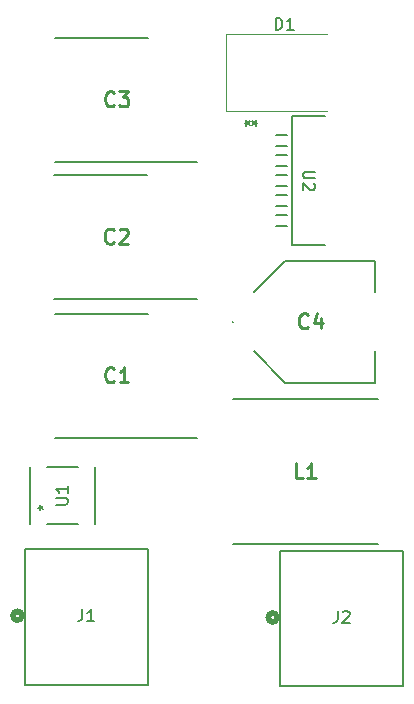
<source format=gbr>
%TF.GenerationSoftware,KiCad,Pcbnew,7.0.6*%
%TF.CreationDate,2025-01-04T15:57:42+10:30*%
%TF.ProjectId,Security System SMPS,53656375-7269-4747-9920-53797374656d,rev?*%
%TF.SameCoordinates,Original*%
%TF.FileFunction,Legend,Top*%
%TF.FilePolarity,Positive*%
%FSLAX46Y46*%
G04 Gerber Fmt 4.6, Leading zero omitted, Abs format (unit mm)*
G04 Created by KiCad (PCBNEW 7.0.6) date 2025-01-04 15:57:42*
%MOMM*%
%LPD*%
G01*
G04 APERTURE LIST*
%ADD10C,0.150000*%
%ADD11C,0.254000*%
%ADD12C,0.152400*%
%ADD13C,0.508000*%
%ADD14C,0.200000*%
%ADD15C,0.120000*%
%ADD16C,0.050000*%
G04 APERTURE END LIST*
D10*
X131863180Y-75438095D02*
X131053657Y-75438095D01*
X131053657Y-75438095D02*
X130958419Y-75485714D01*
X130958419Y-75485714D02*
X130910800Y-75533333D01*
X130910800Y-75533333D02*
X130863180Y-75628571D01*
X130863180Y-75628571D02*
X130863180Y-75819047D01*
X130863180Y-75819047D02*
X130910800Y-75914285D01*
X130910800Y-75914285D02*
X130958419Y-75961904D01*
X130958419Y-75961904D02*
X131053657Y-76009523D01*
X131053657Y-76009523D02*
X131863180Y-76009523D01*
X131767942Y-76438095D02*
X131815561Y-76485714D01*
X131815561Y-76485714D02*
X131863180Y-76580952D01*
X131863180Y-76580952D02*
X131863180Y-76819047D01*
X131863180Y-76819047D02*
X131815561Y-76914285D01*
X131815561Y-76914285D02*
X131767942Y-76961904D01*
X131767942Y-76961904D02*
X131672704Y-77009523D01*
X131672704Y-77009523D02*
X131577466Y-77009523D01*
X131577466Y-77009523D02*
X131434609Y-76961904D01*
X131434609Y-76961904D02*
X130863180Y-76390476D01*
X130863180Y-76390476D02*
X130863180Y-77009523D01*
X125918619Y-71310499D02*
X126156714Y-71310499D01*
X126061476Y-71548594D02*
X126156714Y-71310499D01*
X126156714Y-71310499D02*
X126061476Y-71072404D01*
X126347190Y-71453356D02*
X126156714Y-71310499D01*
X126156714Y-71310499D02*
X126347190Y-71167642D01*
X127008980Y-71310500D02*
X126770885Y-71310500D01*
X126866123Y-71072405D02*
X126770885Y-71310500D01*
X126770885Y-71310500D02*
X126866123Y-71548595D01*
X126580409Y-71167643D02*
X126770885Y-71310500D01*
X126770885Y-71310500D02*
X126580409Y-71453357D01*
X109944819Y-103631904D02*
X110754342Y-103631904D01*
X110754342Y-103631904D02*
X110849580Y-103584285D01*
X110849580Y-103584285D02*
X110897200Y-103536666D01*
X110897200Y-103536666D02*
X110944819Y-103441428D01*
X110944819Y-103441428D02*
X110944819Y-103250952D01*
X110944819Y-103250952D02*
X110897200Y-103155714D01*
X110897200Y-103155714D02*
X110849580Y-103108095D01*
X110849580Y-103108095D02*
X110754342Y-103060476D01*
X110754342Y-103060476D02*
X109944819Y-103060476D01*
X110944819Y-102060476D02*
X110944819Y-102631904D01*
X110944819Y-102346190D02*
X109944819Y-102346190D01*
X109944819Y-102346190D02*
X110087676Y-102441428D01*
X110087676Y-102441428D02*
X110182914Y-102536666D01*
X110182914Y-102536666D02*
X110230533Y-102631904D01*
X108420819Y-103885999D02*
X108658914Y-103885999D01*
X108563676Y-104124094D02*
X108658914Y-103885999D01*
X108658914Y-103885999D02*
X108563676Y-103647904D01*
X108849390Y-104028856D02*
X108658914Y-103885999D01*
X108658914Y-103885999D02*
X108849390Y-103743142D01*
X133804066Y-112638118D02*
X133804066Y-113352403D01*
X133804066Y-113352403D02*
X133756447Y-113495260D01*
X133756447Y-113495260D02*
X133661209Y-113590499D01*
X133661209Y-113590499D02*
X133518352Y-113638118D01*
X133518352Y-113638118D02*
X133423114Y-113638118D01*
X134232638Y-112733356D02*
X134280257Y-112685737D01*
X134280257Y-112685737D02*
X134375495Y-112638118D01*
X134375495Y-112638118D02*
X134613590Y-112638118D01*
X134613590Y-112638118D02*
X134708828Y-112685737D01*
X134708828Y-112685737D02*
X134756447Y-112733356D01*
X134756447Y-112733356D02*
X134804066Y-112828594D01*
X134804066Y-112828594D02*
X134804066Y-112923832D01*
X134804066Y-112923832D02*
X134756447Y-113066689D01*
X134756447Y-113066689D02*
X134185019Y-113638118D01*
X134185019Y-113638118D02*
X134804066Y-113638118D01*
X112188666Y-112484819D02*
X112188666Y-113199104D01*
X112188666Y-113199104D02*
X112141047Y-113341961D01*
X112141047Y-113341961D02*
X112045809Y-113437200D01*
X112045809Y-113437200D02*
X111902952Y-113484819D01*
X111902952Y-113484819D02*
X111807714Y-113484819D01*
X113188666Y-113484819D02*
X112617238Y-113484819D01*
X112902952Y-113484819D02*
X112902952Y-112484819D01*
X112902952Y-112484819D02*
X112807714Y-112627676D01*
X112807714Y-112627676D02*
X112712476Y-112722914D01*
X112712476Y-112722914D02*
X112617238Y-112770533D01*
D11*
X130852333Y-101412318D02*
X130247571Y-101412318D01*
X130247571Y-101412318D02*
X130247571Y-100142318D01*
X131940905Y-101412318D02*
X131215190Y-101412318D01*
X131578047Y-101412318D02*
X131578047Y-100142318D01*
X131578047Y-100142318D02*
X131457095Y-100323746D01*
X131457095Y-100323746D02*
X131336143Y-100444699D01*
X131336143Y-100444699D02*
X131215190Y-100505175D01*
D10*
X128547905Y-63410819D02*
X128547905Y-62410819D01*
X128547905Y-62410819D02*
X128786000Y-62410819D01*
X128786000Y-62410819D02*
X128928857Y-62458438D01*
X128928857Y-62458438D02*
X129024095Y-62553676D01*
X129024095Y-62553676D02*
X129071714Y-62648914D01*
X129071714Y-62648914D02*
X129119333Y-62839390D01*
X129119333Y-62839390D02*
X129119333Y-62982247D01*
X129119333Y-62982247D02*
X129071714Y-63172723D01*
X129071714Y-63172723D02*
X129024095Y-63267961D01*
X129024095Y-63267961D02*
X128928857Y-63363200D01*
X128928857Y-63363200D02*
X128786000Y-63410819D01*
X128786000Y-63410819D02*
X128547905Y-63410819D01*
X130071714Y-63410819D02*
X129500286Y-63410819D01*
X129786000Y-63410819D02*
X129786000Y-62410819D01*
X129786000Y-62410819D02*
X129690762Y-62553676D01*
X129690762Y-62553676D02*
X129595524Y-62648914D01*
X129595524Y-62648914D02*
X129500286Y-62696533D01*
D11*
X131289333Y-88591365D02*
X131228857Y-88651842D01*
X131228857Y-88651842D02*
X131047428Y-88712318D01*
X131047428Y-88712318D02*
X130926476Y-88712318D01*
X130926476Y-88712318D02*
X130745047Y-88651842D01*
X130745047Y-88651842D02*
X130624095Y-88530889D01*
X130624095Y-88530889D02*
X130563618Y-88409937D01*
X130563618Y-88409937D02*
X130503142Y-88168032D01*
X130503142Y-88168032D02*
X130503142Y-87986603D01*
X130503142Y-87986603D02*
X130563618Y-87744699D01*
X130563618Y-87744699D02*
X130624095Y-87623746D01*
X130624095Y-87623746D02*
X130745047Y-87502794D01*
X130745047Y-87502794D02*
X130926476Y-87442318D01*
X130926476Y-87442318D02*
X131047428Y-87442318D01*
X131047428Y-87442318D02*
X131228857Y-87502794D01*
X131228857Y-87502794D02*
X131289333Y-87563270D01*
X132377904Y-87865651D02*
X132377904Y-88712318D01*
X132075523Y-87381842D02*
X131773142Y-88288984D01*
X131773142Y-88288984D02*
X132559333Y-88288984D01*
X114868333Y-69795365D02*
X114807857Y-69855842D01*
X114807857Y-69855842D02*
X114626428Y-69916318D01*
X114626428Y-69916318D02*
X114505476Y-69916318D01*
X114505476Y-69916318D02*
X114324047Y-69855842D01*
X114324047Y-69855842D02*
X114203095Y-69734889D01*
X114203095Y-69734889D02*
X114142618Y-69613937D01*
X114142618Y-69613937D02*
X114082142Y-69372032D01*
X114082142Y-69372032D02*
X114082142Y-69190603D01*
X114082142Y-69190603D02*
X114142618Y-68948699D01*
X114142618Y-68948699D02*
X114203095Y-68827746D01*
X114203095Y-68827746D02*
X114324047Y-68706794D01*
X114324047Y-68706794D02*
X114505476Y-68646318D01*
X114505476Y-68646318D02*
X114626428Y-68646318D01*
X114626428Y-68646318D02*
X114807857Y-68706794D01*
X114807857Y-68706794D02*
X114868333Y-68767270D01*
X115291666Y-68646318D02*
X116077857Y-68646318D01*
X116077857Y-68646318D02*
X115654523Y-69130127D01*
X115654523Y-69130127D02*
X115835952Y-69130127D01*
X115835952Y-69130127D02*
X115956904Y-69190603D01*
X115956904Y-69190603D02*
X116017380Y-69251080D01*
X116017380Y-69251080D02*
X116077857Y-69372032D01*
X116077857Y-69372032D02*
X116077857Y-69674413D01*
X116077857Y-69674413D02*
X116017380Y-69795365D01*
X116017380Y-69795365D02*
X115956904Y-69855842D01*
X115956904Y-69855842D02*
X115835952Y-69916318D01*
X115835952Y-69916318D02*
X115473095Y-69916318D01*
X115473095Y-69916318D02*
X115352142Y-69855842D01*
X115352142Y-69855842D02*
X115291666Y-69795365D01*
X114850333Y-81421365D02*
X114789857Y-81481842D01*
X114789857Y-81481842D02*
X114608428Y-81542318D01*
X114608428Y-81542318D02*
X114487476Y-81542318D01*
X114487476Y-81542318D02*
X114306047Y-81481842D01*
X114306047Y-81481842D02*
X114185095Y-81360889D01*
X114185095Y-81360889D02*
X114124618Y-81239937D01*
X114124618Y-81239937D02*
X114064142Y-80998032D01*
X114064142Y-80998032D02*
X114064142Y-80816603D01*
X114064142Y-80816603D02*
X114124618Y-80574699D01*
X114124618Y-80574699D02*
X114185095Y-80453746D01*
X114185095Y-80453746D02*
X114306047Y-80332794D01*
X114306047Y-80332794D02*
X114487476Y-80272318D01*
X114487476Y-80272318D02*
X114608428Y-80272318D01*
X114608428Y-80272318D02*
X114789857Y-80332794D01*
X114789857Y-80332794D02*
X114850333Y-80393270D01*
X115334142Y-80393270D02*
X115394618Y-80332794D01*
X115394618Y-80332794D02*
X115515571Y-80272318D01*
X115515571Y-80272318D02*
X115817952Y-80272318D01*
X115817952Y-80272318D02*
X115938904Y-80332794D01*
X115938904Y-80332794D02*
X115999380Y-80393270D01*
X115999380Y-80393270D02*
X116059857Y-80514222D01*
X116059857Y-80514222D02*
X116059857Y-80635175D01*
X116059857Y-80635175D02*
X115999380Y-80816603D01*
X115999380Y-80816603D02*
X115273666Y-81542318D01*
X115273666Y-81542318D02*
X116059857Y-81542318D01*
X114868333Y-93163365D02*
X114807857Y-93223842D01*
X114807857Y-93223842D02*
X114626428Y-93284318D01*
X114626428Y-93284318D02*
X114505476Y-93284318D01*
X114505476Y-93284318D02*
X114324047Y-93223842D01*
X114324047Y-93223842D02*
X114203095Y-93102889D01*
X114203095Y-93102889D02*
X114142618Y-92981937D01*
X114142618Y-92981937D02*
X114082142Y-92740032D01*
X114082142Y-92740032D02*
X114082142Y-92558603D01*
X114082142Y-92558603D02*
X114142618Y-92316699D01*
X114142618Y-92316699D02*
X114203095Y-92195746D01*
X114203095Y-92195746D02*
X114324047Y-92074794D01*
X114324047Y-92074794D02*
X114505476Y-92014318D01*
X114505476Y-92014318D02*
X114626428Y-92014318D01*
X114626428Y-92014318D02*
X114807857Y-92074794D01*
X114807857Y-92074794D02*
X114868333Y-92135270D01*
X116077857Y-93284318D02*
X115352142Y-93284318D01*
X115714999Y-93284318D02*
X115714999Y-92014318D01*
X115714999Y-92014318D02*
X115594047Y-92195746D01*
X115594047Y-92195746D02*
X115473095Y-92316699D01*
X115473095Y-92316699D02*
X115352142Y-92377175D01*
D12*
%TO.C,U2*%
X129486400Y-72339200D02*
X128566399Y-72339200D01*
X129486400Y-74041000D02*
X128566399Y-74041000D01*
X129486400Y-75742800D02*
X128566399Y-75742800D01*
X129486400Y-77444600D02*
X128566399Y-77444600D01*
X129486400Y-79146400D02*
X128566399Y-79146400D01*
X129486400Y-73253600D02*
X128566399Y-73253600D01*
X129486400Y-74955400D02*
X128566399Y-74955400D01*
X129486400Y-76657200D02*
X128566399Y-76657200D01*
X129486400Y-78359000D02*
X128566399Y-78359000D01*
X129486400Y-80060800D02*
X128566399Y-80060800D01*
X129969000Y-70739000D02*
X129969000Y-81661000D01*
X129969000Y-81661000D02*
X132700151Y-81661000D01*
X132700151Y-70739000D02*
X129969000Y-70739000D01*
%TO.C,U1*%
X113271300Y-105295700D02*
X113271300Y-100444300D01*
X111776661Y-100444300D02*
X109203339Y-100444300D01*
X107708700Y-100444300D02*
X107708700Y-105295700D01*
X109203339Y-105295700D02*
X111776661Y-105295700D01*
D13*
%TO.C,J2*%
X128676400Y-113183299D02*
G75*
G03*
X128676400Y-113183299I-381000J0D01*
G01*
D12*
X128930400Y-119011700D02*
X139344400Y-119011700D01*
X139344400Y-119011700D02*
X139344400Y-107556300D01*
X139344400Y-107556300D02*
X128930400Y-107556300D01*
X128930400Y-107556300D02*
X128930400Y-119011700D01*
D13*
%TO.C,J1*%
X107061000Y-113030000D02*
G75*
G03*
X107061000Y-113030000I-381000J0D01*
G01*
D12*
X107315000Y-118858401D02*
X117729000Y-118858401D01*
X117729000Y-118858401D02*
X117729000Y-107403001D01*
X117729000Y-107403001D02*
X107315000Y-107403001D01*
X107315000Y-107403001D02*
X107315000Y-118858401D01*
D14*
%TO.C,L1*%
X124914000Y-106988000D02*
X137214000Y-106988000D01*
X137214000Y-94688000D02*
X124914000Y-94688000D01*
D15*
%TO.C,D1*%
X124376000Y-70306000D02*
X124376000Y-63806000D01*
X124376000Y-63806000D02*
X132886000Y-63806000D01*
X124376000Y-70306000D02*
X132886000Y-70306000D01*
D16*
%TO.C,C4*%
X124851000Y-88138000D02*
X124851000Y-88138000D01*
X124901000Y-88138000D02*
X124901000Y-88138000D01*
D14*
X126676000Y-85638000D02*
X129326000Y-82988000D01*
X129326000Y-82988000D02*
X136976000Y-82988000D01*
X136976000Y-82988000D02*
X136976000Y-85638000D01*
X126676000Y-90638000D02*
X129326000Y-93288000D01*
X129326000Y-93288000D02*
X136976000Y-93288000D01*
X136976000Y-93288000D02*
X136976000Y-90638000D01*
D16*
X124851000Y-88138000D02*
G75*
G03*
X124901000Y-88138000I25000J0D01*
G01*
X124901000Y-88138000D02*
G75*
G03*
X124851000Y-88138000I-25000J0D01*
G01*
D14*
%TO.C,C3*%
X121930000Y-74592000D02*
X109830000Y-74592000D01*
X117705000Y-64092000D02*
X109830000Y-64092000D01*
%TO.C,C2*%
X121912000Y-86218000D02*
X109812000Y-86218000D01*
X117687000Y-75718000D02*
X109812000Y-75718000D01*
%TO.C,C1*%
X121930000Y-97960000D02*
X109830000Y-97960000D01*
X117705000Y-87460000D02*
X109830000Y-87460000D01*
%TD*%
M02*

</source>
